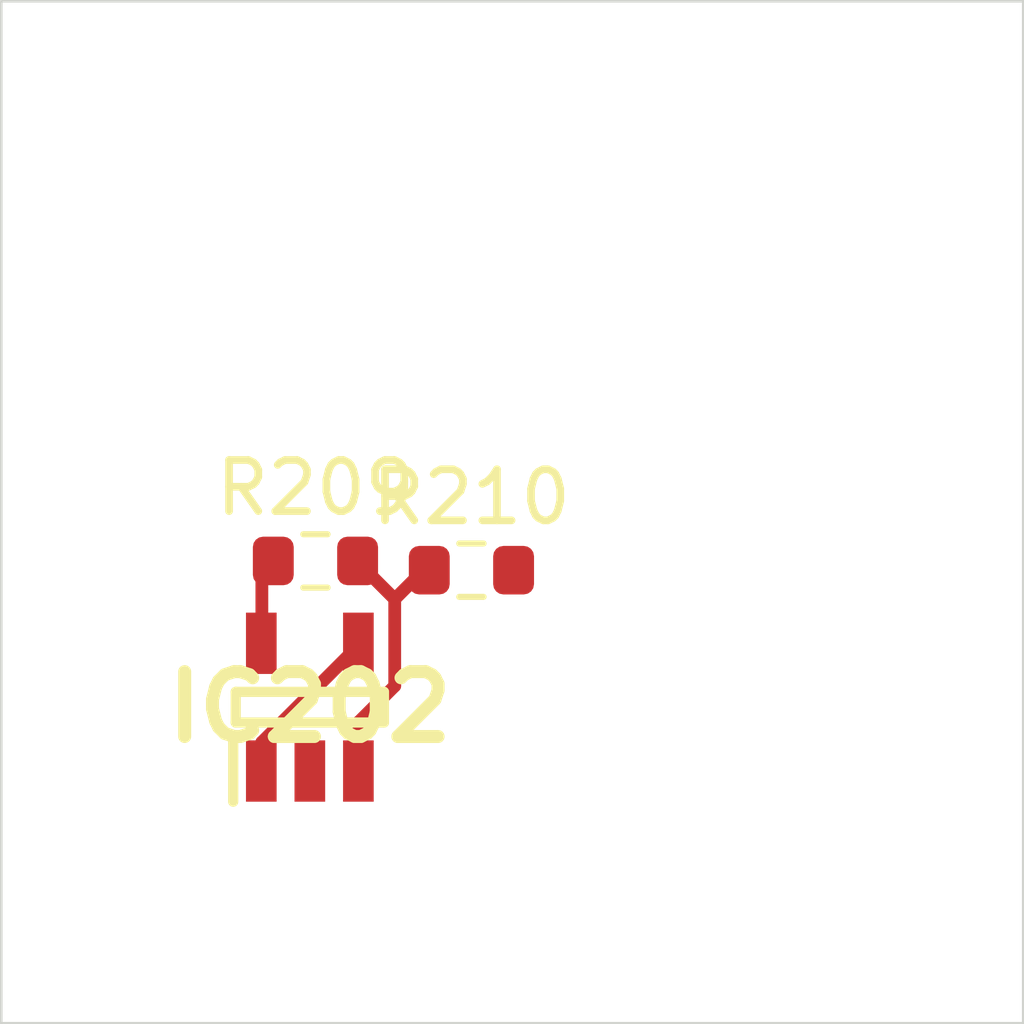
<source format=kicad_pcb>
 ( kicad_pcb  ( version 20171130 )
 ( host pcbnew 5.1.12-84ad8e8a86~92~ubuntu18.04.1 )
 ( general  ( thickness 1.6 )
 ( drawings 4 )
 ( tracks 0 )
 ( zones 0 )
 ( modules 3 )
 ( nets 5 )
)
 ( page A4 )
 ( layers  ( 0 F.Cu signal )
 ( 31 B.Cu signal )
 ( 32 B.Adhes user )
 ( 33 F.Adhes user )
 ( 34 B.Paste user )
 ( 35 F.Paste user )
 ( 36 B.SilkS user )
 ( 37 F.SilkS user )
 ( 38 B.Mask user )
 ( 39 F.Mask user )
 ( 40 Dwgs.User user )
 ( 41 Cmts.User user )
 ( 42 Eco1.User user )
 ( 43 Eco2.User user )
 ( 44 Edge.Cuts user )
 ( 45 Margin user )
 ( 46 B.CrtYd user )
 ( 47 F.CrtYd user )
 ( 48 B.Fab user )
 ( 49 F.Fab user )
)
 ( setup  ( last_trace_width 0.25 )
 ( trace_clearance 0.2 )
 ( zone_clearance 0.508 )
 ( zone_45_only no )
 ( trace_min 0.2 )
 ( via_size 0.8 )
 ( via_drill 0.4 )
 ( via_min_size 0.4 )
 ( via_min_drill 0.3 )
 ( uvia_size 0.3 )
 ( uvia_drill 0.1 )
 ( uvias_allowed no )
 ( uvia_min_size 0.2 )
 ( uvia_min_drill 0.1 )
 ( edge_width 0.05 )
 ( segment_width 0.2 )
 ( pcb_text_width 0.3 )
 ( pcb_text_size 1.5 1.5 )
 ( mod_edge_width 0.12 )
 ( mod_text_size 1 1 )
 ( mod_text_width 0.15 )
 ( pad_size 1.524 1.524 )
 ( pad_drill 0.762 )
 ( pad_to_mask_clearance 0 )
 ( aux_axis_origin 0 0 )
 ( visible_elements FFFFFF7F )
 ( pcbplotparams  ( layerselection 0x010fc_ffffffff )
 ( usegerberextensions false )
 ( usegerberattributes true )
 ( usegerberadvancedattributes true )
 ( creategerberjobfile true )
 ( excludeedgelayer true )
 ( linewidth 0.100000 )
 ( plotframeref false )
 ( viasonmask false )
 ( mode 1 )
 ( useauxorigin false )
 ( hpglpennumber 1 )
 ( hpglpenspeed 20 )
 ( hpglpendiameter 15.000000 )
 ( psnegative false )
 ( psa4output false )
 ( plotreference true )
 ( plotvalue true )
 ( plotinvisibletext false )
 ( padsonsilk false )
 ( subtractmaskfromsilk false )
 ( outputformat 1 )
 ( mirror false )
 ( drillshape 1 )
 ( scaleselection 1 )
 ( outputdirectory "" )
)
)
 ( net 0 "" )
 ( net 1 GND )
 ( net 2 VDDA )
 ( net 3 /Sheet6235D886/vp )
 ( net 4 "Net-(IC202-Pad3)" )
 ( net_class Default "This is the default net class."  ( clearance 0.2 )
 ( trace_width 0.25 )
 ( via_dia 0.8 )
 ( via_drill 0.4 )
 ( uvia_dia 0.3 )
 ( uvia_drill 0.1 )
 ( add_net /Sheet6235D886/vp )
 ( add_net GND )
 ( add_net "Net-(IC202-Pad3)" )
 ( add_net VDDA )
)
 ( module SOT95P280X145-5N locked  ( layer F.Cu )
 ( tedit 62336ED7 )
 ( tstamp 623423ED )
 ( at 86.038900 113.815000 90.000000 )
 ( descr DBV0005A )
 ( tags "Integrated Circuit" )
 ( path /6235D887/6266C08E )
 ( attr smd )
 ( fp_text reference IC202  ( at 0 0 )
 ( layer F.SilkS )
 ( effects  ( font  ( size 1.27 1.27 )
 ( thickness 0.254 )
)
)
)
 ( fp_text value TL071HIDBVR  ( at 0 0 )
 ( layer F.SilkS )
hide  ( effects  ( font  ( size 1.27 1.27 )
 ( thickness 0.254 )
)
)
)
 ( fp_line  ( start -1.85 -1.5 )
 ( end -0.65 -1.5 )
 ( layer F.SilkS )
 ( width 0.2 )
)
 ( fp_line  ( start -0.3 1.45 )
 ( end -0.3 -1.45 )
 ( layer F.SilkS )
 ( width 0.2 )
)
 ( fp_line  ( start 0.3 1.45 )
 ( end -0.3 1.45 )
 ( layer F.SilkS )
 ( width 0.2 )
)
 ( fp_line  ( start 0.3 -1.45 )
 ( end 0.3 1.45 )
 ( layer F.SilkS )
 ( width 0.2 )
)
 ( fp_line  ( start -0.3 -1.45 )
 ( end 0.3 -1.45 )
 ( layer F.SilkS )
 ( width 0.2 )
)
 ( fp_line  ( start -0.8 -0.5 )
 ( end 0.15 -1.45 )
 ( layer Dwgs.User )
 ( width 0.1 )
)
 ( fp_line  ( start -0.8 1.45 )
 ( end -0.8 -1.45 )
 ( layer Dwgs.User )
 ( width 0.1 )
)
 ( fp_line  ( start 0.8 1.45 )
 ( end -0.8 1.45 )
 ( layer Dwgs.User )
 ( width 0.1 )
)
 ( fp_line  ( start 0.8 -1.45 )
 ( end 0.8 1.45 )
 ( layer Dwgs.User )
 ( width 0.1 )
)
 ( fp_line  ( start -0.8 -1.45 )
 ( end 0.8 -1.45 )
 ( layer Dwgs.User )
 ( width 0.1 )
)
 ( fp_line  ( start -2.1 1.775 )
 ( end -2.1 -1.775 )
 ( layer Dwgs.User )
 ( width 0.05 )
)
 ( fp_line  ( start 2.1 1.775 )
 ( end -2.1 1.775 )
 ( layer Dwgs.User )
 ( width 0.05 )
)
 ( fp_line  ( start 2.1 -1.775 )
 ( end 2.1 1.775 )
 ( layer Dwgs.User )
 ( width 0.05 )
)
 ( fp_line  ( start -2.1 -1.775 )
 ( end 2.1 -1.775 )
 ( layer Dwgs.User )
 ( width 0.05 )
)
 ( pad 1 smd rect  ( at -1.25 -0.95 180.000000 )
 ( size 0.6 1.2 )
 ( layers F.Cu F.Mask F.Paste )
 ( net 3 /Sheet6235D886/vp )
)
 ( pad 2 smd rect  ( at -1.25 0 180.000000 )
 ( size 0.6 1.2 )
 ( layers F.Cu F.Mask F.Paste )
 ( net 1 GND )
)
 ( pad 3 smd rect  ( at -1.25 0.95 180.000000 )
 ( size 0.6 1.2 )
 ( layers F.Cu F.Mask F.Paste )
 ( net 4 "Net-(IC202-Pad3)" )
)
 ( pad 4 smd rect  ( at 1.25 0.95 180.000000 )
 ( size 0.6 1.2 )
 ( layers F.Cu F.Mask F.Paste )
 ( net 3 /Sheet6235D886/vp )
)
 ( pad 5 smd rect  ( at 1.25 -0.95 180.000000 )
 ( size 0.6 1.2 )
 ( layers F.Cu F.Mask F.Paste )
 ( net 2 VDDA )
)
)
 ( module Resistor_SMD:R_0603_1608Metric  ( layer F.Cu )
 ( tedit 5F68FEEE )
 ( tstamp 62342595 )
 ( at 86.148800 110.953000 )
 ( descr "Resistor SMD 0603 (1608 Metric), square (rectangular) end terminal, IPC_7351 nominal, (Body size source: IPC-SM-782 page 72, https://www.pcb-3d.com/wordpress/wp-content/uploads/ipc-sm-782a_amendment_1_and_2.pdf), generated with kicad-footprint-generator" )
 ( tags resistor )
 ( path /6235D887/623CDBD9 )
 ( attr smd )
 ( fp_text reference R209  ( at 0 -1.43 )
 ( layer F.SilkS )
 ( effects  ( font  ( size 1 1 )
 ( thickness 0.15 )
)
)
)
 ( fp_text value 100k  ( at 0 1.43 )
 ( layer F.Fab )
 ( effects  ( font  ( size 1 1 )
 ( thickness 0.15 )
)
)
)
 ( fp_line  ( start -0.8 0.4125 )
 ( end -0.8 -0.4125 )
 ( layer F.Fab )
 ( width 0.1 )
)
 ( fp_line  ( start -0.8 -0.4125 )
 ( end 0.8 -0.4125 )
 ( layer F.Fab )
 ( width 0.1 )
)
 ( fp_line  ( start 0.8 -0.4125 )
 ( end 0.8 0.4125 )
 ( layer F.Fab )
 ( width 0.1 )
)
 ( fp_line  ( start 0.8 0.4125 )
 ( end -0.8 0.4125 )
 ( layer F.Fab )
 ( width 0.1 )
)
 ( fp_line  ( start -0.237258 -0.5225 )
 ( end 0.237258 -0.5225 )
 ( layer F.SilkS )
 ( width 0.12 )
)
 ( fp_line  ( start -0.237258 0.5225 )
 ( end 0.237258 0.5225 )
 ( layer F.SilkS )
 ( width 0.12 )
)
 ( fp_line  ( start -1.48 0.73 )
 ( end -1.48 -0.73 )
 ( layer F.CrtYd )
 ( width 0.05 )
)
 ( fp_line  ( start -1.48 -0.73 )
 ( end 1.48 -0.73 )
 ( layer F.CrtYd )
 ( width 0.05 )
)
 ( fp_line  ( start 1.48 -0.73 )
 ( end 1.48 0.73 )
 ( layer F.CrtYd )
 ( width 0.05 )
)
 ( fp_line  ( start 1.48 0.73 )
 ( end -1.48 0.73 )
 ( layer F.CrtYd )
 ( width 0.05 )
)
 ( fp_text user %R  ( at 0 0 )
 ( layer F.Fab )
 ( effects  ( font  ( size 0.4 0.4 )
 ( thickness 0.06 )
)
)
)
 ( pad 1 smd roundrect  ( at -0.825 0 )
 ( size 0.8 0.95 )
 ( layers F.Cu F.Mask F.Paste )
 ( roundrect_rratio 0.25 )
 ( net 2 VDDA )
)
 ( pad 2 smd roundrect  ( at 0.825 0 )
 ( size 0.8 0.95 )
 ( layers F.Cu F.Mask F.Paste )
 ( roundrect_rratio 0.25 )
 ( net 4 "Net-(IC202-Pad3)" )
)
 ( model ${KISYS3DMOD}/Resistor_SMD.3dshapes/R_0603_1608Metric.wrl  ( at  ( xyz 0 0 0 )
)
 ( scale  ( xyz 1 1 1 )
)
 ( rotate  ( xyz 0 0 0 )
)
)
)
 ( module Resistor_SMD:R_0603_1608Metric  ( layer F.Cu )
 ( tedit 5F68FEEE )
 ( tstamp 623425A6 )
 ( at 89.201300 111.134000 )
 ( descr "Resistor SMD 0603 (1608 Metric), square (rectangular) end terminal, IPC_7351 nominal, (Body size source: IPC-SM-782 page 72, https://www.pcb-3d.com/wordpress/wp-content/uploads/ipc-sm-782a_amendment_1_and_2.pdf), generated with kicad-footprint-generator" )
 ( tags resistor )
 ( path /6235D887/623CDBDF )
 ( attr smd )
 ( fp_text reference R210  ( at 0 -1.43 )
 ( layer F.SilkS )
 ( effects  ( font  ( size 1 1 )
 ( thickness 0.15 )
)
)
)
 ( fp_text value 100k  ( at 0 1.43 )
 ( layer F.Fab )
 ( effects  ( font  ( size 1 1 )
 ( thickness 0.15 )
)
)
)
 ( fp_line  ( start 1.48 0.73 )
 ( end -1.48 0.73 )
 ( layer F.CrtYd )
 ( width 0.05 )
)
 ( fp_line  ( start 1.48 -0.73 )
 ( end 1.48 0.73 )
 ( layer F.CrtYd )
 ( width 0.05 )
)
 ( fp_line  ( start -1.48 -0.73 )
 ( end 1.48 -0.73 )
 ( layer F.CrtYd )
 ( width 0.05 )
)
 ( fp_line  ( start -1.48 0.73 )
 ( end -1.48 -0.73 )
 ( layer F.CrtYd )
 ( width 0.05 )
)
 ( fp_line  ( start -0.237258 0.5225 )
 ( end 0.237258 0.5225 )
 ( layer F.SilkS )
 ( width 0.12 )
)
 ( fp_line  ( start -0.237258 -0.5225 )
 ( end 0.237258 -0.5225 )
 ( layer F.SilkS )
 ( width 0.12 )
)
 ( fp_line  ( start 0.8 0.4125 )
 ( end -0.8 0.4125 )
 ( layer F.Fab )
 ( width 0.1 )
)
 ( fp_line  ( start 0.8 -0.4125 )
 ( end 0.8 0.4125 )
 ( layer F.Fab )
 ( width 0.1 )
)
 ( fp_line  ( start -0.8 -0.4125 )
 ( end 0.8 -0.4125 )
 ( layer F.Fab )
 ( width 0.1 )
)
 ( fp_line  ( start -0.8 0.4125 )
 ( end -0.8 -0.4125 )
 ( layer F.Fab )
 ( width 0.1 )
)
 ( fp_text user %R  ( at 0 0 )
 ( layer F.Fab )
 ( effects  ( font  ( size 0.4 0.4 )
 ( thickness 0.06 )
)
)
)
 ( pad 2 smd roundrect  ( at 0.825 0 )
 ( size 0.8 0.95 )
 ( layers F.Cu F.Mask F.Paste )
 ( roundrect_rratio 0.25 )
 ( net 1 GND )
)
 ( pad 1 smd roundrect  ( at -0.825 0 )
 ( size 0.8 0.95 )
 ( layers F.Cu F.Mask F.Paste )
 ( roundrect_rratio 0.25 )
 ( net 4 "Net-(IC202-Pad3)" )
)
 ( model ${KISYS3DMOD}/Resistor_SMD.3dshapes/R_0603_1608Metric.wrl  ( at  ( xyz 0 0 0 )
)
 ( scale  ( xyz 1 1 1 )
)
 ( rotate  ( xyz 0 0 0 )
)
)
)
 ( gr_line  ( start 100 100 )
 ( end 100 120 )
 ( layer Edge.Cuts )
 ( width 0.05 )
 ( tstamp 62E770C4 )
)
 ( gr_line  ( start 80 120 )
 ( end 100 120 )
 ( layer Edge.Cuts )
 ( width 0.05 )
 ( tstamp 62E770C0 )
)
 ( gr_line  ( start 80 100 )
 ( end 100 100 )
 ( layer Edge.Cuts )
 ( width 0.05 )
 ( tstamp 6234110C )
)
 ( gr_line  ( start 80 100 )
 ( end 80 120 )
 ( layer Edge.Cuts )
 ( width 0.05 )
)
 ( segment  ( start 85.300001 111.000002 )
 ( end 85.100001 111.200002 )
 ( width 0.250000 )
 ( layer F.Cu )
 ( net 2 )
)
 ( segment  ( start 85.100001 111.200002 )
 ( end 85.100001 112.600002 )
 ( width 0.250000 )
 ( layer F.Cu )
 ( net 2 )
)
 ( segment  ( start 87.000001 112.600002 )
 ( end 85.100001 114.500002 )
 ( width 0.250000 )
 ( layer F.Cu )
 ( net 3 )
)
 ( segment  ( start 85.100001 114.500002 )
 ( end 85.100001 115.100002 )
 ( width 0.250000 )
 ( layer F.Cu )
 ( net 3 )
)
 ( segment  ( start 87.000001 111.000002 )
 ( end 87.700001 111.700002 )
 ( width 0.250000 )
 ( layer F.Cu )
 ( net 4 )
)
 ( segment  ( start 87.700001 111.700002 )
 ( end 87.700001 113.400002 )
 ( width 0.250000 )
 ( layer F.Cu )
 ( net 4 )
)
 ( segment  ( start 87.700001 113.400002 )
 ( end 87.000001 114.100002 )
 ( width 0.250000 )
 ( layer F.Cu )
 ( net 4 )
)
 ( segment  ( start 87.000001 114.100002 )
 ( end 87.000001 115.100002 )
 ( width 0.250000 )
 ( layer F.Cu )
 ( net 4 )
)
 ( segment  ( start 88.400001 111.100002 )
 ( end 88.300001 111.100002 )
 ( width 0.250000 )
 ( layer F.Cu )
 ( net 4 )
)
 ( segment  ( start 88.300001 111.100002 )
 ( end 87.700001 111.700002 )
 ( width 0.250000 )
 ( layer F.Cu )
 ( net 4 )
)
)

</source>
